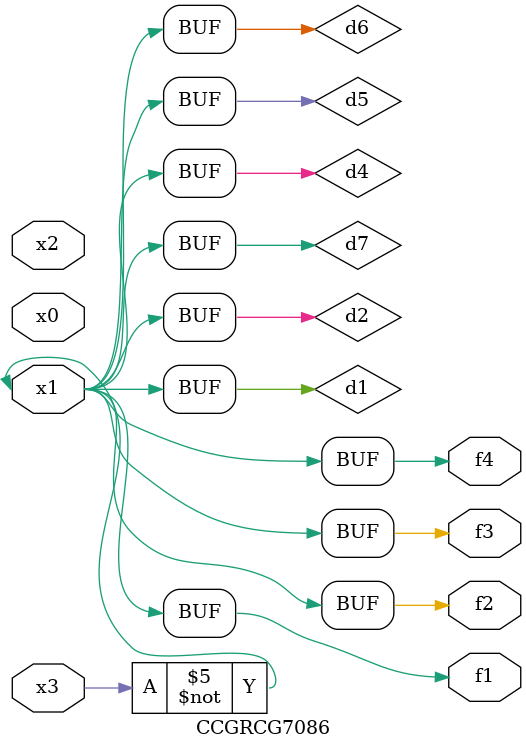
<source format=v>
module CCGRCG7086(
	input x0, x1, x2, x3,
	output f1, f2, f3, f4
);

	wire d1, d2, d3, d4, d5, d6, d7;

	not (d1, x3);
	buf (d2, x1);
	xnor (d3, d1, d2);
	nor (d4, d1);
	buf (d5, d1, d2);
	buf (d6, d4, d5);
	nand (d7, d4);
	assign f1 = d6;
	assign f2 = d7;
	assign f3 = d6;
	assign f4 = d6;
endmodule

</source>
